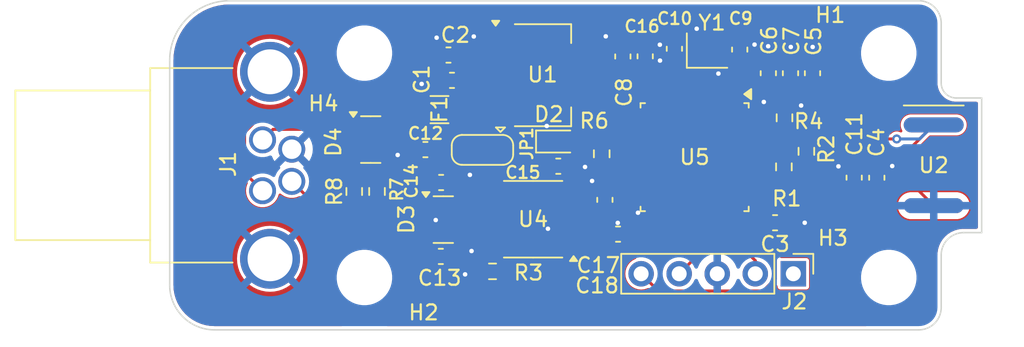
<source format=kicad_pcb>
(kicad_pcb
	(version 20240108)
	(generator "pcbnew")
	(generator_version "8.0")
	(general
		(thickness 1.6)
		(legacy_teardrops no)
	)
	(paper "A4")
	(layers
		(0 "F.Cu" signal)
		(31 "B.Cu" signal)
		(32 "B.Adhes" user "B.Adhesive")
		(33 "F.Adhes" user "F.Adhesive")
		(34 "B.Paste" user)
		(35 "F.Paste" user)
		(36 "B.SilkS" user "B.Silkscreen")
		(37 "F.SilkS" user "F.Silkscreen")
		(38 "B.Mask" user)
		(39 "F.Mask" user)
		(40 "Dwgs.User" user "User.Drawings")
		(41 "Cmts.User" user "User.Comments")
		(42 "Eco1.User" user "User.Eco1")
		(43 "Eco2.User" user "User.Eco2")
		(44 "Edge.Cuts" user)
		(45 "Margin" user)
		(46 "B.CrtYd" user "B.Courtyard")
		(47 "F.CrtYd" user "F.Courtyard")
		(48 "B.Fab" user)
		(49 "F.Fab" user)
		(50 "User.1" user)
		(51 "User.2" user)
		(52 "User.3" user)
		(53 "User.4" user)
		(54 "User.5" user)
		(55 "User.6" user)
		(56 "User.7" user)
		(57 "User.8" user)
		(58 "User.9" user)
	)
	(setup
		(stackup
			(layer "F.SilkS"
				(type "Top Silk Screen")
			)
			(layer "F.Paste"
				(type "Top Solder Paste")
			)
			(layer "F.Mask"
				(type "Top Solder Mask")
				(thickness 0.01)
			)
			(layer "F.Cu"
				(type "copper")
				(thickness 0.035)
			)
			(layer "dielectric 1"
				(type "core")
				(thickness 1.51)
				(material "FR4")
				(epsilon_r 4.5)
				(loss_tangent 0.02)
			)
			(layer "B.Cu"
				(type "copper")
				(thickness 0.035)
			)
			(layer "B.Mask"
				(type "Bottom Solder Mask")
				(thickness 0.01)
			)
			(layer "B.Paste"
				(type "Bottom Solder Paste")
			)
			(layer "B.SilkS"
				(type "Bottom Silk Screen")
			)
			(copper_finish "None")
			(dielectric_constraints no)
		)
		(pad_to_mask_clearance 0)
		(allow_soldermask_bridges_in_footprints no)
		(aux_axis_origin 36 49)
		(pcbplotparams
			(layerselection 0x00010fc_ffffffff)
			(plot_on_all_layers_selection 0x0000000_00000000)
			(disableapertmacros no)
			(usegerberextensions yes)
			(usegerberattributes no)
			(usegerberadvancedattributes no)
			(creategerberjobfile no)
			(dashed_line_dash_ratio 12.000000)
			(dashed_line_gap_ratio 3.000000)
			(svgprecision 4)
			(plotframeref no)
			(viasonmask no)
			(mode 1)
			(useauxorigin yes)
			(hpglpennumber 1)
			(hpglpenspeed 20)
			(hpglpendiameter 15.000000)
			(pdf_front_fp_property_popups yes)
			(pdf_back_fp_property_popups yes)
			(dxfpolygonmode yes)
			(dxfimperialunits yes)
			(dxfusepcbnewfont yes)
			(psnegative no)
			(psa4output no)
			(plotreference yes)
			(plotvalue no)
			(plotfptext yes)
			(plotinvisibletext no)
			(sketchpadsonfab no)
			(subtractmaskfromsilk yes)
			(outputformat 1)
			(mirror no)
			(drillshape 0)
			(scaleselection 1)
			(outputdirectory "gerber")
		)
	)
	(net 0 "")
	(net 1 "+3.3V")
	(net 2 "GND")
	(net 3 "+5V")
	(net 4 "/I2C_SDA")
	(net 5 "/I2C_SCL")
	(net 6 "CAN_H")
	(net 7 "CAN_L")
	(net 8 "Net-(U4-Rs)")
	(net 9 "NRST")
	(net 10 "Net-(U5-PF0)")
	(net 11 "SWDIO")
	(net 12 "Net-(U5-PF1)")
	(net 13 "/Vref")
	(net 14 "Net-(D4-K)")
	(net 15 "Net-(D4-A)")
	(net 16 "Net-(JP1-C)")
	(net 17 "Net-(U5-PB8)")
	(net 18 "unconnected-(U5-PB5-Pad28)")
	(net 19 "unconnected-(U5-PA8-Pad18)")
	(net 20 "unconnected-(U5-PA15-Pad25)")
	(net 21 "SWCLK")
	(net 22 "unconnected-(U5-PA7-Pad13)")
	(net 23 "unconnected-(U5-PA5-Pad11)")
	(net 24 "unconnected-(U5-PA9-Pad19)")
	(net 25 "unconnected-(U5-PA1-Pad7)")
	(net 26 "unconnected-(U5-PB4-Pad27)")
	(net 27 "unconnected-(U5-PA6-Pad12)")
	(net 28 "unconnected-(U5-PA10-Pad20)")
	(net 29 "/CAN_Tx")
	(net 30 "/CAN_Rx")
	(net 31 "unconnected-(U5-PB0-Pad14)")
	(net 32 "unconnected-(U5-PB1-Pad15)")
	(net 33 "unconnected-(U5-PA4-Pad10)")
	(net 34 "Net-(D2-A)")
	(net 35 "unconnected-(U5-PA0-Pad6)")
	(net 36 "/STATUS_LED")
	(net 37 "unconnected-(U5-PA2-Pad8)")
	(net 38 "unconnected-(U5-PB3-Pad26)")
	(net 39 "+3V3")
	(footprint "Package_TO_SOT_SMD:SOT-23" (layer "F.Cu") (at 150.265 44.63))
	(footprint "Capacitor_SMD:C_0603_1608Metric" (layer "F.Cu") (at 149.07 39.95 180))
	(footprint "Connector_PinHeader_2.54mm:PinHeader_1x05_P2.54mm_Vertical" (layer "F.Cu") (at 173.63 48.25 -90))
	(footprint "Crystal:Crystal_SMD_2016-4Pin_2.0x1.6mm" (layer "F.Cu") (at 167.87 33.33))
	(footprint "FaSTTUBe_connectors:M8_718_4pin_horizontal" (layer "F.Cu") (at 138.2 41 -90))
	(footprint "Capacitor_SMD:C_0603_1608Metric" (layer "F.Cu") (at 157.94 41.06))
	(footprint "MountingHole:MountingHole_3.2mm_M3_DIN965" (layer "F.Cu") (at 180 33.5))
	(footprint "TTS:TO-39_sidemount" (layer "F.Cu") (at 183 41))
	(footprint "Package_SO:SOIC-8_3.9x4.9mm_P1.27mm" (layer "F.Cu") (at 156.26 44.605 180))
	(footprint "TTS:SOT-23" (layer "F.Cu") (at 145.42 39.28))
	(footprint "Resistor_SMD:R_0603_1608Metric" (layer "F.Cu") (at 173 41.105 90))
	(footprint "MountingHole:MountingHole_3.2mm_M3_DIN965" (layer "F.Cu") (at 180 48.5))
	(footprint "Resistor_SMD:R_0603_1608Metric" (layer "F.Cu") (at 153.55 48.09 180))
	(footprint "Resistor_SMD:R_0603_1608Metric" (layer "F.Cu") (at 174.5 40.065 90))
	(footprint "Package_QFP:LQFP-32_7x7mm_P0.8mm" (layer "F.Cu") (at 167.04 40.455 -90))
	(footprint "Capacitor_SMD:C_0603_1608Metric" (layer "F.Cu") (at 171.96 34.845 90))
	(footprint "Capacitor_SMD:C_0603_1608Metric" (layer "F.Cu") (at 150.12 42.15 180))
	(footprint "LED_SMD:LED_0603_1608Metric" (layer "F.Cu") (at 157.94 39.41))
	(footprint "Fuse:Fuse_1206_3216Metric" (layer "F.Cu") (at 150.01 37.28))
	(footprint "Capacitor_SMD:C_0603_1608Metric" (layer "F.Cu") (at 161.05 43.31 90))
	(footprint "Resistor_SMD:R_0603_1608Metric" (layer "F.Cu") (at 144.32 42.75 90))
	(footprint "Resistor_SMD:R_0603_1608Metric" (layer "F.Cu") (at 173.04 37.825 90))
	(footprint "Capacitor_SMD:C_0603_1608Metric" (layer "F.Cu") (at 162.25 33.725 90))
	(footprint "Jumper:SolderJumper-3_P1.3mm_Open_RoundedPad1.0x1.5mm" (layer "F.Cu") (at 152.88 39.97 180))
	(footprint "MountingHole:MountingHole_3.2mm_M3_DIN965" (layer "F.Cu") (at 145 33.5))
	(footprint "Capacitor_SMD:C_0603_1608Metric" (layer "F.Cu") (at 165.69 33.21 -90))
	(footprint "Capacitor_SMD:C_0603_1608Metric" (layer "F.Cu") (at 179.2 41.83 90))
	(footprint "Package_TO_SOT_SMD:SOT-223-3_TabPin2" (layer "F.Cu") (at 156.89 34.9775))
	(footprint "Capacitor_SMD:C_0603_1608Metric" (layer "F.Cu") (at 177.69 41.825 90))
	(footprint "Capacitor_SMD:C_0603_1608Metric" (layer "F.Cu") (at 170.05 33.265 -90))
	(footprint "Capacitor_SMD:C_0603_1608Metric" (layer "F.Cu") (at 161.93 45.6 180))
	(footprint "Capacitor_SMD:C_0603_1608Metric" (layer "F.Cu") (at 150.845 35.32 180))
	(footprint "Resistor_SMD:R_0603_1608Metric" (layer "F.Cu") (at 160.84 40.23 90))
	(footprint "Capacitor_SMD:C_0603_1608Metric" (layer "F.Cu") (at 163.74 33.715 90))
	(footprint "Resistor_SMD:R_0603_1608Metric" (layer "F.Cu") (at 145.84 42.75 -90))
	(footprint "Capacitor_SMD:C_0603_1608Metric" (layer "F.Cu") (at 150.61 33.63 180))
	(footprint "Capacitor_SMD:C_0603_1608Metric" (layer "F.Cu") (at 172.41 44.84 180))
	(footprint "Capacitor_SMD:C_0603_1608Metric" (layer "F.Cu") (at 173.44 34.845 90))
	(footprint "Capacitor_SMD:C_0603_1608Metric" (layer "F.Cu") (at 150.1 47.09))
	(footprint "Capacitor_SMD:C_0603_1608Metric" (layer "F.Cu") (at 174.91 34.845 90))
	(footprint "MountingHole:MountingHole_3.2mm_M3_DIN965"
		(layer "F.Cu")
		(uuid "fe3c7199-01a0-446e-931d-9778f071a826")
		(at 145 48.5)
		(descr "Mounting Hole 3.2mm, no annular, M3, DIN965")
		(tags "mounting hole 3.2mm no annular m3 din965")
		(property "Reference" "H2"
			(at 3.95 2.34 0)
			(layer "F.SilkS")
			(uuid "c3a8b975-779e-4640-a1ce-4a42c1a0ff5e")
			(effects
				(font
					(size 1 1)
					(thickness 0.15)
				)
			)
		)
		(property "Value" "MountingHole"
			(at 0 3.8 0)
			(layer "F.Fab")
			(uuid "403d1448-ceee-4b41-ba9b-0013bd1faeab")
			(effects
				(font
					(size 1 1)
					(thickness 0.15)
				)
			)
		)
		(property "Footprint" "MountingHole:MountingHole_3.2mm_M3_DIN965"
			(at 0 0 0)
			(unlocked yes)
			(layer "F.Fab")
			(hide yes)
			(uuid "259618bf-9b09-4cca-b503-8e5a59522e75")
			(effects
				(font
					(size 1.27 1.27)
					(thickness 0.15)
				)
			)
		)
		(property "Datasheet" ""
			(at 0 0 0)
			(unlocked yes)
			(layer "F.Fab")
			(hide yes)
			(uuid "59574c42-6bb2-4058-81c7-7a5cc0032b1d")
			(effects
				(font
					(size 1.27 1.27)
					(thickness 0.15)
				)
			)
		)
		(property "Description" "Mounting Hole without connection"
			(at 0 0 0)
			(unlocked yes)
			(layer "F.Fab")
			(hide yes)
			(uuid "5388d81a-b745-4d0c-9f6c-a22bf35d56b1")
			(effects
				(font
					(size 1.27 1.27)
					(thickness 0.15)
				)
			)
		)
		(property ki_fp_filters "MountingHole*")
		(path "/31565a24-79cb-40f3-9dad-9e2558fd78d3")
		(sheetname "Root")
		(sheetfile "TTS.kicad_sch")
		(attr exclude_from_pos_files exclude_from_bom)
		(fp_circle
			(center 0 0)
			(end 2.8 0)
			(stroke
				(width 0.15)
				(type solid)
			)
			(fill none)
			(layer "Cmts.User")
			(uuid "e88fefbc-00ec-4c4b-b3d3-55c2d515e9f5")
		)
		(fp_circle
			(center 0 0)
			(end 3.05 0)
			(stroke
				(width 0.05)
				(type solid)
			)
			(fill none)
			(layer "F.CrtYd")
			(uuid "d5df3b36-1073-40c8-8c66-4a17c9e96347")
		)
		(fp_text user "${REFERENCE}"
			(at 0 0 0)
			(layer "F.Fab")
			(uuid "9dcf2c64-8ce0-4a9f-85a9-63b60b72c700")
			(effects
				(font
					(size 1 1)
					(thickness 0.15)
				)
			)
		)
		(pad "" np_thru_hole circle
			(at 0 0)
		
... [201079 chars truncated]
</source>
